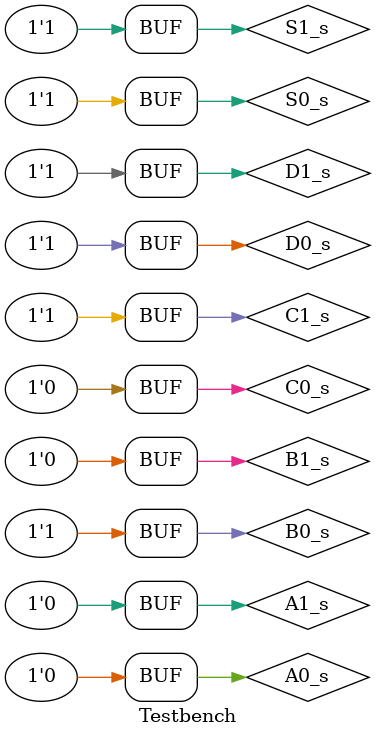
<source format=v>

`timescale 1 ns/1 ns

module Testbench();
    
   reg A1_s, A0_s, B1_s, B0_s, C1_s, C0_s, D1_s, D0_s, S1_s, S0_s;
   wire Out1_bs, Out0_bs;
   wire Out1_gs, Out0_gs;
   Mux_bs Mux_bs(A1_s, A0_s, B1_s, B0_s, C1_s, C0_s, D1_s, D0_s, S1_s, S0_s, Out1_bs, Out0_bs);
   Mux_2_ss Mux_ss(A1_s, A0_s, B1_s, B0_s, C1_s, C0_s, D1_s, D0_s, S1_s, S0_s, Out1_gs, Out0_gs);
   Mux_2_gate Mux_gate(A1_s, A0_s, B1_s, B0_s, C1_s, C0_s, D1_s, D0_s, S1_s, S0_s,Out1_gs, Out0_gs);
   
   initial begin
    A1_s <= 0; A0_s <= 0; 
	  B1_s <= 0; B0_s <= 1; 
	  C1_s <= 1; C0_s <= 0; 
	  D1_s <= 1; D0_s <= 1;
	  S1_s <= 0; S0_s <= 0;
      
      #10 A1_s <= 0; A0_s <= 0; 
	  B1_s <= 0; B0_s <= 1; 
	  C1_s <= 1; C0_s <= 0; 
	  D1_s <= 1; D0_s <= 1;
	  S1_s <= 0; S0_s <= 1;
      
      #10 A1_s <= 0; A0_s <= 0; 
	  B1_s <= 0; B0_s <= 1; 
	  C1_s <= 1; C0_s <= 0; 
	  D1_s <= 1; D0_s <= 1;
	  S1_s <= 1; S0_s <= 0;

      #10 A1_s <= 0; A0_s <= 0; 
	  B1_s <= 0; B0_s <= 1; 
	  C1_s <= 1; C0_s <= 0; 
	  D1_s <= 1; D0_s <= 1;
	  S1_s <= 1; S0_s <= 1;
      #10 ; 
  end

endmodule

</source>
